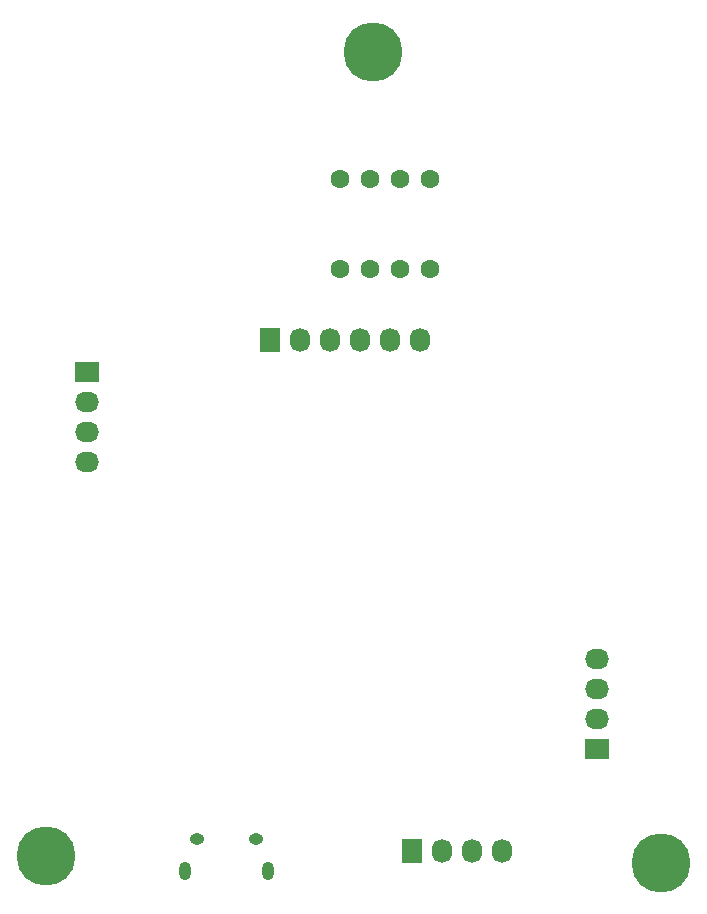
<source format=gbr>
G04 #@! TF.FileFunction,Soldermask,Bot*
%FSLAX46Y46*%
G04 Gerber Fmt 4.6, Leading zero omitted, Abs format (unit mm)*
G04 Created by KiCad (PCBNEW (2015-07-31 BZR 6030)-product) date Sat Sep 12 09:45:10 2015*
%MOMM*%
G01*
G04 APERTURE LIST*
%ADD10C,0.100000*%
%ADD11C,5.000000*%
%ADD12O,1.250000X0.950000*%
%ADD13O,1.000000X1.550000*%
%ADD14R,1.727200X2.032000*%
%ADD15O,1.727200X2.032000*%
%ADD16R,2.032000X1.727200*%
%ADD17O,2.032000X1.727200*%
%ADD18C,1.600000*%
G04 APERTURE END LIST*
D10*
D11*
X92598200Y-50407400D03*
X116982200Y-119089000D03*
D12*
X77733000Y-117057000D03*
X82733000Y-117057000D03*
D13*
X76733000Y-119757000D03*
X83733000Y-119757000D03*
D14*
X83911400Y-74842200D03*
D15*
X86451400Y-74842200D03*
X88991400Y-74842200D03*
X91531400Y-74842200D03*
X94071400Y-74842200D03*
X96611400Y-74842200D03*
D16*
X68366600Y-77534600D03*
D17*
X68366600Y-80074600D03*
X68366600Y-82614600D03*
X68366600Y-85154600D03*
D16*
X111597400Y-109487800D03*
D17*
X111597400Y-106947800D03*
X111597400Y-104407800D03*
X111597400Y-101867800D03*
D14*
X95951000Y-118073000D03*
D15*
X98491000Y-118073000D03*
X101031000Y-118073000D03*
X103571000Y-118073000D03*
D18*
X89855000Y-61237800D03*
X89855000Y-68837800D03*
X92395000Y-61237800D03*
X92395000Y-68837800D03*
X94935000Y-61237800D03*
X94935000Y-68837800D03*
X97475000Y-61237800D03*
X97475000Y-68837800D03*
D11*
X64963000Y-118479400D03*
M02*

</source>
